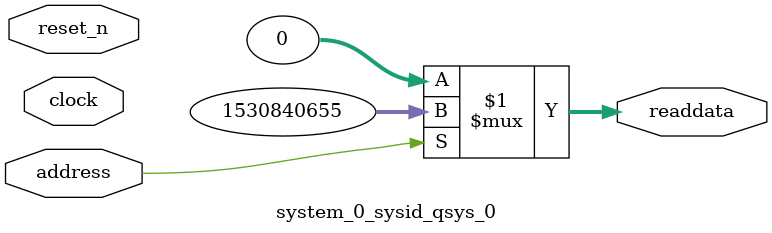
<source format=v>

`timescale 1ns / 1ps
// synthesis translate_on

// turn off superfluous verilog processor warnings 
// altera message_level Level1 
// altera message_off 10034 10035 10036 10037 10230 10240 10030 

module system_0_sysid_qsys_0 (
               // inputs:
                address,
                clock,
                reset_n,

               // outputs:
                readdata
             )
;

  output  [ 31: 0] readdata;
  input            address;
  input            clock;
  input            reset_n;

  wire    [ 31: 0] readdata;
  //control_slave, which is an e_avalon_slave
  assign readdata = address ? 1530840655 : 0;

endmodule




</source>
